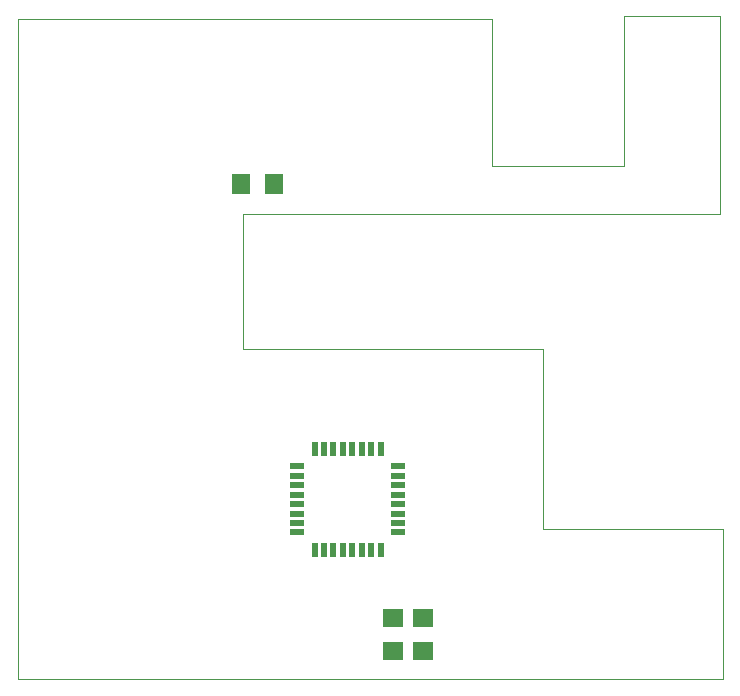
<source format=gbp>
G75*
%MOIN*%
%OFA0B0*%
%FSLAX24Y24*%
%IPPOS*%
%LPD*%
%AMOC8*
5,1,8,0,0,1.08239X$1,22.5*
%
%ADD10C,0.0000*%
%ADD11R,0.0500X0.0220*%
%ADD12R,0.0220X0.0500*%
%ADD13R,0.0630X0.0710*%
%ADD14R,0.0709X0.0630*%
D10*
X005976Y000558D02*
X029476Y000558D01*
X029476Y005558D01*
X023476Y005558D01*
X023476Y011558D01*
X013476Y011558D01*
X013476Y016058D01*
X029376Y016058D01*
X029376Y022658D01*
X026176Y022658D01*
X026176Y017658D01*
X021776Y017658D01*
X021776Y022558D01*
X005976Y022558D01*
X005976Y000558D01*
D11*
X015286Y005456D03*
X015286Y005771D03*
X015286Y006086D03*
X015286Y006401D03*
X015286Y006716D03*
X015286Y007031D03*
X015286Y007345D03*
X015286Y007660D03*
X018666Y007660D03*
X018666Y007345D03*
X018666Y007031D03*
X018666Y006716D03*
X018666Y006401D03*
X018666Y006086D03*
X018666Y005771D03*
X018666Y005456D03*
D12*
X018078Y004868D03*
X017763Y004868D03*
X017448Y004868D03*
X017133Y004868D03*
X016819Y004868D03*
X016504Y004868D03*
X016189Y004868D03*
X015874Y004868D03*
X015874Y008248D03*
X016189Y008248D03*
X016504Y008248D03*
X016819Y008248D03*
X017133Y008248D03*
X017448Y008248D03*
X017763Y008248D03*
X018078Y008248D03*
D13*
X014536Y017058D03*
X013416Y017058D03*
D14*
X018476Y002609D03*
X019476Y002609D03*
X019476Y001507D03*
X018476Y001507D03*
M02*

</source>
